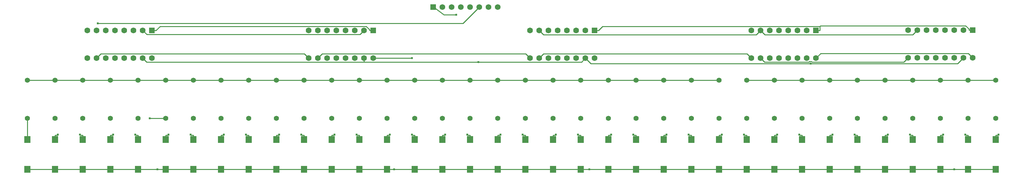
<source format=gtl>
G04 Layer: TopLayer*
G04 EasyEDA v6.5.40, 2024-07-10 23:57:15*
G04 cb6e2e9fbd21486d88ae5690d2d3dc00,10*
G04 Gerber Generator version 0.2*
G04 Scale: 100 percent, Rotated: No, Reflected: No *
G04 Dimensions in inches *
G04 leading zeros omitted , absolute positions ,3 integer and 6 decimal *
%FSLAX36Y36*%
%MOIN*%

%ADD10C,0.0100*%
%ADD11R,0.0669X0.0748*%
%ADD12C,0.0551*%
%ADD13C,0.0630*%
%ADD14R,0.0630X0.0630*%
%ADD15R,0.0620X0.0620*%
%ADD16C,0.0620*%
%ADD17C,0.0240*%
%ADD18C,0.0199*%

%LPD*%
D10*
X2100000Y1493310D02*
G01*
X1926009Y1493310D01*
X2100000Y1261419D02*
G01*
X2100000Y1309830D01*
X2100000Y1309830D02*
G01*
X2122889Y1309830D01*
X2130000Y1316939D01*
X4500000Y1261419D02*
G01*
X4500000Y1309830D01*
X4500000Y1309830D02*
G01*
X4522889Y1309830D01*
X4530000Y1316939D01*
X9300000Y1261419D02*
G01*
X9300000Y1309830D01*
X9300000Y1309830D02*
G01*
X9322889Y1309830D01*
X9330000Y1316939D01*
X4770000Y2146860D02*
G01*
X4351859Y2146860D01*
X4350000Y2145000D01*
X4574470Y938580D02*
G01*
X4500000Y938580D01*
X4800000Y938580D02*
G01*
X4574470Y938580D01*
X2008270Y938580D02*
G01*
X1800000Y938580D01*
X2100000Y938580D02*
G01*
X2008270Y938580D01*
X6691740Y938580D02*
G01*
X6600000Y938580D01*
X6900000Y938580D02*
G01*
X6691740Y938580D01*
X10650000Y938580D02*
G01*
X10500000Y938580D01*
X10800000Y938580D02*
G01*
X10650000Y938580D01*
X900000Y938580D02*
G01*
X600000Y938580D01*
X1200000Y938580D02*
G01*
X900000Y938580D01*
X1500000Y938580D02*
G01*
X1200000Y938580D01*
X1800000Y938580D02*
G01*
X1500000Y938580D01*
X2400000Y938580D02*
G01*
X2100000Y938580D01*
X2700000Y938580D02*
G01*
X2400000Y938580D01*
X3000000Y938580D02*
G01*
X2700000Y938580D01*
X3300000Y938580D02*
G01*
X3000000Y938580D01*
X3600000Y938580D02*
G01*
X3300000Y938580D01*
X3900000Y938580D02*
G01*
X3600000Y938580D01*
X4200000Y938580D02*
G01*
X3900000Y938580D01*
X4500000Y938580D02*
G01*
X4200000Y938580D01*
X5100000Y938580D02*
G01*
X4800000Y938580D01*
X5400000Y938580D02*
G01*
X5100000Y938580D01*
X5700000Y938580D02*
G01*
X5400000Y938580D01*
X6000000Y938580D02*
G01*
X5700000Y938580D01*
X6300000Y938580D02*
G01*
X6000000Y938580D01*
X6600000Y938580D02*
G01*
X6300000Y938580D01*
X7200000Y938580D02*
G01*
X6900000Y938580D01*
X7500000Y938580D02*
G01*
X7200000Y938580D01*
X7800000Y938580D02*
G01*
X7500000Y938580D01*
X8100000Y938580D02*
G01*
X7800000Y938580D01*
X8400000Y938580D02*
G01*
X8100000Y938580D01*
X8700000Y938580D02*
G01*
X8400000Y938580D01*
X9000000Y938580D02*
G01*
X8700000Y938580D01*
X9300000Y938580D02*
G01*
X9000000Y938580D01*
X9600000Y938580D02*
G01*
X9300000Y938580D01*
X9900000Y938580D02*
G01*
X9600000Y938580D01*
X10200000Y938580D02*
G01*
X9900000Y938580D01*
X10850000Y2150000D02*
G01*
X10803100Y2196880D01*
X9201880Y2196880D01*
X9150000Y2145000D01*
X10500000Y938580D02*
G01*
X10200000Y938580D01*
X11100000Y938580D02*
G01*
X10800000Y938580D01*
X1361509Y2520569D02*
G01*
X5320569Y2520569D01*
X5500000Y2700000D01*
X1950000Y2445000D02*
G01*
X1992510Y2445000D01*
X4350000Y2445000D02*
G01*
X4307500Y2445000D01*
X4307500Y2445000D02*
G01*
X4307500Y2455619D01*
X4273149Y2489969D01*
X2037479Y2489969D01*
X1992510Y2445000D01*
X9192510Y2488359D02*
G01*
X9192510Y2445000D01*
X10807500Y2450000D02*
G01*
X10807500Y2460619D01*
X10773599Y2494549D01*
X9198699Y2494549D01*
X9192510Y2488359D01*
X9192510Y2488359D02*
G01*
X6835870Y2488359D01*
X6792510Y2445000D01*
X6750000Y2445000D02*
G01*
X6792510Y2445000D01*
X9150000Y2445000D02*
G01*
X9192510Y2445000D01*
X10850000Y2450000D02*
G01*
X10807500Y2450000D01*
X1850000Y2445000D02*
G01*
X1893860Y2401140D01*
X4206139Y2401140D01*
X4250000Y2445000D01*
X8550000Y2445000D02*
G01*
X8503059Y2398060D01*
X6196940Y2398060D01*
X6150000Y2445000D01*
X8550000Y2445000D02*
G01*
X8595839Y2399160D01*
X10199160Y2399160D01*
X10250000Y2450000D01*
X9090739Y2086060D02*
G01*
X6708940Y2086060D01*
X6650000Y2145000D01*
X5490000Y2102420D02*
G01*
X6607420Y2102420D01*
X6650000Y2145000D01*
X10750000Y2150000D02*
G01*
X10686099Y2086060D01*
X9090739Y2086060D01*
X4250000Y2102420D02*
G01*
X5490000Y2102420D01*
X1850000Y2145000D02*
G01*
X1892579Y2102420D01*
X4250000Y2102420D01*
X4250000Y2145000D02*
G01*
X4250000Y2102420D01*
X9900000Y1261419D02*
G01*
X9900000Y1309830D01*
X9900000Y1309830D02*
G01*
X9922889Y1309830D01*
X9930000Y1316939D01*
X9600000Y1261419D02*
G01*
X9600000Y1309830D01*
X9600000Y1309830D02*
G01*
X9577110Y1309830D01*
X9570000Y1316939D01*
X9000000Y1261419D02*
G01*
X9000000Y1309830D01*
X9000000Y1309830D02*
G01*
X8977110Y1309830D01*
X8970000Y1316939D01*
X8700000Y1261419D02*
G01*
X8700000Y1309830D01*
X8700000Y1309830D02*
G01*
X8722889Y1309830D01*
X8730000Y1316939D01*
X8400000Y1261419D02*
G01*
X8400000Y1309830D01*
X8400000Y1309830D02*
G01*
X8377110Y1309830D01*
X8370000Y1316939D01*
X8100000Y1261419D02*
G01*
X8100000Y1309830D01*
X8100000Y1309830D02*
G01*
X8122889Y1309830D01*
X8130000Y1316939D01*
X7800000Y1261419D02*
G01*
X7800000Y1309830D01*
X7800000Y1309830D02*
G01*
X7777110Y1309830D01*
X7770000Y1316939D01*
X7500000Y1261419D02*
G01*
X7500000Y1309830D01*
X7500000Y1309830D02*
G01*
X7522889Y1309830D01*
X7530000Y1316939D01*
X7200000Y1261419D02*
G01*
X7200000Y1309830D01*
X7200000Y1309830D02*
G01*
X7177110Y1309830D01*
X7170000Y1316939D01*
X6900000Y1261419D02*
G01*
X6900000Y1309830D01*
X6900000Y1309830D02*
G01*
X6922889Y1309830D01*
X6930000Y1316939D01*
X6600000Y1261419D02*
G01*
X6600000Y1309830D01*
X6600000Y1309830D02*
G01*
X6577110Y1309830D01*
X6570000Y1316939D01*
X6300000Y1261419D02*
G01*
X6300000Y1309830D01*
X6300000Y1309830D02*
G01*
X6322889Y1309830D01*
X6330000Y1316939D01*
X6000000Y1261419D02*
G01*
X6000000Y1309830D01*
X6000000Y1309830D02*
G01*
X5977110Y1309830D01*
X5970000Y1316939D01*
X5700000Y1261419D02*
G01*
X5700000Y1309830D01*
X5700000Y1309830D02*
G01*
X5722889Y1309830D01*
X5730000Y1316939D01*
X5400000Y1261419D02*
G01*
X5400000Y1309830D01*
X5400000Y1309830D02*
G01*
X5377110Y1309830D01*
X5370000Y1316939D01*
X5100000Y1261419D02*
G01*
X5100000Y1309830D01*
X5100000Y1309830D02*
G01*
X5122889Y1309830D01*
X5130000Y1316939D01*
X4800000Y1261419D02*
G01*
X4800000Y1309830D01*
X4800000Y1309830D02*
G01*
X4777110Y1309830D01*
X4770000Y1316939D01*
X4200000Y1261419D02*
G01*
X4200000Y1309830D01*
X4200000Y1309830D02*
G01*
X4177110Y1309830D01*
X4170000Y1316939D01*
X3900000Y1261419D02*
G01*
X3900000Y1309830D01*
X3900000Y1309830D02*
G01*
X3922889Y1309830D01*
X3930000Y1316939D01*
X3600000Y1261419D02*
G01*
X3600000Y1309830D01*
X3600000Y1309830D02*
G01*
X3577110Y1309830D01*
X3570000Y1316939D01*
X3300000Y1261419D02*
G01*
X3300000Y1309830D01*
X3300000Y1309830D02*
G01*
X3322889Y1309830D01*
X3330000Y1316939D01*
X3000000Y1261419D02*
G01*
X3000000Y1309830D01*
X3000000Y1309830D02*
G01*
X2977110Y1309830D01*
X2970000Y1316939D01*
X2700000Y1261419D02*
G01*
X2700000Y1309830D01*
X2700000Y1309830D02*
G01*
X2722889Y1309830D01*
X2730000Y1316939D01*
X2400000Y1261419D02*
G01*
X2400000Y1309830D01*
X2400000Y1309830D02*
G01*
X2377110Y1309830D01*
X2370000Y1316939D01*
X1800000Y1261419D02*
G01*
X1800000Y1309830D01*
X1800000Y1309830D02*
G01*
X1777110Y1309830D01*
X1770000Y1316939D01*
X1500000Y1261419D02*
G01*
X1500000Y1309830D01*
X1500000Y1309830D02*
G01*
X1522889Y1309830D01*
X1530000Y1316939D01*
X1200000Y1261419D02*
G01*
X1200000Y1309830D01*
X1200000Y1309830D02*
G01*
X1177110Y1309830D01*
X1170000Y1316939D01*
X900000Y1261419D02*
G01*
X900000Y1309830D01*
X900000Y1309830D02*
G01*
X922889Y1309830D01*
X930000Y1316939D01*
X900000Y1906689D02*
G01*
X600000Y1906689D01*
X1200000Y1906689D02*
G01*
X900000Y1906689D01*
X1500000Y1906689D02*
G01*
X1200000Y1906689D01*
X1800000Y1906689D02*
G01*
X1500000Y1906689D01*
X2100000Y1906689D02*
G01*
X1800000Y1906689D01*
X2400000Y1906689D02*
G01*
X2100000Y1906689D01*
X2700000Y1906689D02*
G01*
X2400000Y1906689D01*
X3000000Y1906689D02*
G01*
X2700000Y1906689D01*
X3300000Y1906689D02*
G01*
X3000000Y1906689D01*
X3600000Y1906689D02*
G01*
X3300000Y1906689D01*
X3900000Y1906689D02*
G01*
X3600000Y1906689D01*
X4200000Y1906689D02*
G01*
X3900000Y1906689D01*
X4500000Y1906689D02*
G01*
X4200000Y1906689D01*
X4800000Y1906689D02*
G01*
X4500000Y1906689D01*
X5100000Y1906689D02*
G01*
X4800000Y1906689D01*
X5400000Y1906689D02*
G01*
X5100000Y1906689D01*
X5700000Y1906689D02*
G01*
X5400000Y1906689D01*
X6000000Y1906689D02*
G01*
X5700000Y1906689D01*
X6300000Y1906689D02*
G01*
X6000000Y1906689D01*
X6600000Y1906689D02*
G01*
X6300000Y1906689D01*
X6900000Y1906689D02*
G01*
X6600000Y1906689D01*
X7200000Y1906689D02*
G01*
X6900000Y1906689D01*
X7500000Y1906689D02*
G01*
X7200000Y1906689D01*
X7800000Y1906689D02*
G01*
X7500000Y1906689D01*
X8100000Y1906689D02*
G01*
X7800000Y1906689D01*
X8700000Y1906689D02*
G01*
X8400000Y1906689D01*
X9000000Y1906689D02*
G01*
X8700000Y1906689D01*
X9300000Y1906689D02*
G01*
X9000000Y1906689D01*
X9600000Y1906689D02*
G01*
X9300000Y1906689D01*
X9900000Y1906689D02*
G01*
X9600000Y1906689D01*
X10200000Y1906689D02*
G01*
X9900000Y1906689D01*
X10500000Y1906689D02*
G01*
X10200000Y1906689D01*
X10800000Y1906689D02*
G01*
X10500000Y1906689D01*
X11100000Y1906689D02*
G01*
X10800000Y1906689D01*
X600000Y1261419D02*
G01*
X600000Y1493310D01*
X10200000Y1261419D02*
G01*
X10200000Y1309830D01*
X10200000Y1309830D02*
G01*
X10177110Y1309830D01*
X10170000Y1316939D01*
X10500000Y1261419D02*
G01*
X10500000Y1309830D01*
X10500000Y1309830D02*
G01*
X10522900Y1309830D01*
X10530000Y1316939D01*
X10800000Y1261419D02*
G01*
X10800000Y1309830D01*
X10800000Y1309830D02*
G01*
X10777100Y1309830D01*
X10770000Y1316939D01*
X11100000Y1261419D02*
G01*
X11100000Y1309830D01*
X11100000Y1309830D02*
G01*
X11122900Y1309830D01*
X11130000Y1316939D01*
X8450000Y2145000D02*
G01*
X8403699Y2191300D01*
X6196300Y2191300D01*
X6150000Y2145000D01*
X6050000Y2145000D02*
G01*
X6003699Y2191300D01*
X3796300Y2191300D01*
X3750000Y2145000D01*
X3650000Y2145000D02*
G01*
X3603699Y2191300D01*
X1396300Y2191300D01*
X1350000Y2145000D01*
X10150000Y2150000D02*
G01*
X10102140Y2102139D01*
X9107290Y2102139D01*
X9099560Y2109870D01*
X9080450Y2109870D01*
X9072720Y2102139D01*
X8592860Y2102139D01*
X8550000Y2145000D01*
X5000000Y2700000D02*
G01*
X5035000Y2675000D01*
X5115400Y2616100D01*
X5248999Y2616100D01*
D11*
G01*
X600000Y938580D03*
G01*
X600000Y1261419D03*
G01*
X900000Y938580D03*
G01*
X900000Y1261419D03*
G01*
X1200000Y938580D03*
G01*
X1200000Y1261419D03*
G01*
X1500000Y938580D03*
G01*
X1500000Y1261419D03*
G01*
X1800000Y938580D03*
G01*
X1800000Y1261419D03*
G01*
X2100000Y938580D03*
G01*
X2100000Y1261419D03*
G01*
X2400000Y938580D03*
G01*
X2400000Y1261419D03*
G01*
X2700000Y938580D03*
G01*
X2700000Y1261419D03*
G01*
X3000000Y938580D03*
G01*
X3000000Y1261419D03*
G01*
X3300000Y938580D03*
G01*
X3300000Y1261419D03*
G01*
X3600000Y938580D03*
G01*
X3600000Y1261419D03*
G01*
X3900000Y938580D03*
G01*
X3900000Y1261419D03*
G01*
X4200000Y938580D03*
G01*
X4200000Y1261419D03*
G01*
X4500000Y938580D03*
G01*
X4500000Y1261419D03*
G01*
X4800000Y938580D03*
G01*
X4800000Y1261419D03*
G01*
X5100000Y938580D03*
G01*
X5100000Y1261419D03*
G01*
X5400000Y938580D03*
G01*
X5400000Y1261419D03*
G01*
X5700000Y938580D03*
G01*
X5700000Y1261419D03*
G01*
X6000000Y938580D03*
G01*
X6000000Y1261419D03*
G01*
X6300000Y938580D03*
G01*
X6300000Y1261419D03*
G01*
X6600000Y938580D03*
G01*
X6600000Y1261419D03*
G01*
X6900000Y938580D03*
G01*
X6900000Y1261419D03*
G01*
X7200000Y938580D03*
G01*
X7200000Y1261419D03*
G01*
X7500000Y938580D03*
G01*
X7500000Y1261419D03*
G01*
X7800000Y938580D03*
G01*
X7800000Y1261419D03*
G01*
X8100000Y938580D03*
G01*
X8100000Y1261419D03*
G01*
X8400000Y938580D03*
G01*
X8400000Y1261419D03*
G01*
X8700000Y938580D03*
G01*
X8700000Y1261419D03*
G01*
X9000000Y938580D03*
G01*
X9000000Y1261419D03*
G01*
X9300000Y938580D03*
G01*
X9300000Y1261419D03*
G01*
X9600000Y938580D03*
G01*
X9600000Y1261419D03*
G01*
X9900000Y938580D03*
G01*
X9900000Y1261419D03*
G01*
X10200000Y938580D03*
G01*
X10200000Y1261419D03*
G01*
X10500000Y938580D03*
G01*
X10500000Y1261419D03*
G01*
X10800000Y938580D03*
G01*
X10800000Y1261419D03*
G01*
X11100000Y938580D03*
G01*
X11100000Y1261419D03*
D12*
G01*
X600000Y1493310D03*
G01*
X600000Y1906689D03*
G01*
X900000Y1493310D03*
G01*
X900000Y1906689D03*
G01*
X1200000Y1493310D03*
G01*
X1200000Y1906689D03*
G01*
X1500000Y1493310D03*
G01*
X1500000Y1906689D03*
G01*
X1800000Y1493310D03*
G01*
X1800000Y1906689D03*
G01*
X2100000Y1493310D03*
G01*
X2100000Y1906689D03*
G01*
X2400000Y1493310D03*
G01*
X2400000Y1906689D03*
G01*
X2700000Y1493310D03*
G01*
X2700000Y1906689D03*
G01*
X3000000Y1493310D03*
G01*
X3000000Y1906689D03*
G01*
X3300000Y1493310D03*
G01*
X3300000Y1906689D03*
G01*
X3600000Y1493310D03*
G01*
X3600000Y1906689D03*
G01*
X3900000Y1493310D03*
G01*
X3900000Y1906689D03*
G01*
X4200000Y1493310D03*
G01*
X4200000Y1906689D03*
G01*
X4500000Y1493310D03*
G01*
X4500000Y1906689D03*
G01*
X4800000Y1493310D03*
G01*
X4800000Y1906689D03*
G01*
X5100000Y1493310D03*
G01*
X5100000Y1906689D03*
G01*
X5400000Y1493310D03*
G01*
X5400000Y1906689D03*
G01*
X5700000Y1493310D03*
G01*
X5700000Y1906689D03*
G01*
X6000000Y1493310D03*
G01*
X6000000Y1906689D03*
G01*
X6300000Y1493310D03*
G01*
X6300000Y1906689D03*
G01*
X6600000Y1493310D03*
G01*
X6600000Y1906689D03*
G01*
X6900000Y1493310D03*
G01*
X6900000Y1906689D03*
G01*
X7200000Y1493310D03*
G01*
X7200000Y1906689D03*
G01*
X7500000Y1493310D03*
G01*
X7500000Y1906689D03*
G01*
X7800000Y1493310D03*
G01*
X7800000Y1906689D03*
G01*
X8100000Y1493310D03*
G01*
X8100000Y1906689D03*
G01*
X8400000Y1493310D03*
G01*
X8400000Y1906689D03*
G01*
X8700000Y1493310D03*
G01*
X8700000Y1906689D03*
G01*
X9000000Y1493310D03*
G01*
X9000000Y1906689D03*
G01*
X9300000Y1493310D03*
G01*
X9300000Y1906689D03*
G01*
X9600000Y1493310D03*
G01*
X9600000Y1906689D03*
G01*
X9900000Y1493310D03*
G01*
X9900000Y1906689D03*
D13*
G01*
X1950000Y2145000D03*
G01*
X1850000Y2145000D03*
G01*
X1750000Y2145000D03*
G01*
X1650000Y2145000D03*
G01*
X1550000Y2145000D03*
G01*
X1450000Y2145000D03*
G01*
X1350000Y2145000D03*
G01*
X1250000Y2145000D03*
G01*
X1250000Y2445000D03*
G01*
X1350000Y2445000D03*
G01*
X1450000Y2445000D03*
G01*
X1550000Y2445000D03*
G01*
X1650000Y2445000D03*
G01*
X1750000Y2445000D03*
G01*
X1850000Y2445000D03*
D14*
G01*
X1950000Y2445000D03*
D13*
G01*
X4350000Y2145000D03*
G01*
X4250000Y2145000D03*
G01*
X4150000Y2145000D03*
G01*
X4050000Y2145000D03*
G01*
X3950000Y2145000D03*
G01*
X3850000Y2145000D03*
G01*
X3750000Y2145000D03*
G01*
X3650000Y2145000D03*
G01*
X3650000Y2445000D03*
G01*
X3750000Y2445000D03*
G01*
X3850000Y2445000D03*
G01*
X3950000Y2445000D03*
G01*
X4050000Y2445000D03*
G01*
X4150000Y2445000D03*
G01*
X4250000Y2445000D03*
D14*
G01*
X4350000Y2445000D03*
D13*
G01*
X6750000Y2145000D03*
G01*
X6650000Y2145000D03*
G01*
X6550000Y2145000D03*
G01*
X6450000Y2145000D03*
G01*
X6350000Y2145000D03*
G01*
X6250000Y2145000D03*
G01*
X6150000Y2145000D03*
G01*
X6050000Y2145000D03*
G01*
X6050000Y2445000D03*
G01*
X6150000Y2445000D03*
G01*
X6250000Y2445000D03*
G01*
X6350000Y2445000D03*
G01*
X6450000Y2445000D03*
G01*
X6550000Y2445000D03*
G01*
X6650000Y2445000D03*
D14*
G01*
X6750000Y2445000D03*
D13*
G01*
X9150000Y2145000D03*
G01*
X9050000Y2145000D03*
G01*
X8950000Y2145000D03*
G01*
X8850000Y2145000D03*
G01*
X8750000Y2145000D03*
G01*
X8650000Y2145000D03*
G01*
X8550000Y2145000D03*
G01*
X8450000Y2145000D03*
G01*
X8450000Y2445000D03*
G01*
X8550000Y2445000D03*
G01*
X8650000Y2445000D03*
G01*
X8750000Y2445000D03*
G01*
X8850000Y2445000D03*
G01*
X8950000Y2445000D03*
G01*
X9050000Y2445000D03*
D14*
G01*
X9150000Y2445000D03*
D12*
G01*
X10200000Y1493310D03*
G01*
X10200000Y1906689D03*
G01*
X10500000Y1493310D03*
G01*
X10500000Y1906689D03*
G01*
X10800000Y1493310D03*
G01*
X10800000Y1906689D03*
G01*
X11100000Y1493310D03*
G01*
X11100000Y1906689D03*
D13*
G01*
X10850000Y2150000D03*
G01*
X10750000Y2150000D03*
G01*
X10650000Y2150000D03*
G01*
X10550000Y2150000D03*
G01*
X10450000Y2150000D03*
G01*
X10350000Y2150000D03*
G01*
X10250000Y2150000D03*
G01*
X10150000Y2150000D03*
G01*
X10150000Y2450000D03*
G01*
X10250000Y2450000D03*
G01*
X10350000Y2450000D03*
G01*
X10450000Y2450000D03*
G01*
X10550000Y2450000D03*
G01*
X10650000Y2450000D03*
G01*
X10750000Y2450000D03*
D14*
G01*
X10850000Y2450000D03*
D15*
G01*
X5000000Y2700000D03*
D16*
G01*
X5100000Y2700000D03*
G01*
X5200000Y2700000D03*
G01*
X5300000Y2700000D03*
G01*
X5400000Y2700000D03*
G01*
X5500000Y2700000D03*
G01*
X5600000Y2700000D03*
G01*
X5700000Y2700000D03*
D17*
G01*
X1926009Y1493310D03*
G01*
X2130000Y1316939D03*
G01*
X4530000Y1316939D03*
G01*
X9330000Y1316939D03*
G01*
X4770000Y2146860D03*
G01*
X5249009Y2616060D03*
G01*
X4574470Y938580D03*
G01*
X2008270Y938580D03*
G01*
X6691740Y938580D03*
G01*
X10650000Y938580D03*
G01*
X1361509Y2520569D03*
G01*
X9090739Y2086060D03*
G01*
X5490000Y2102420D03*
G01*
X9930000Y1316939D03*
G01*
X9570000Y1316939D03*
G01*
X8970000Y1316939D03*
G01*
X8730000Y1316939D03*
G01*
X8370000Y1316939D03*
G01*
X8130000Y1316939D03*
G01*
X7770000Y1316939D03*
G01*
X7530000Y1316939D03*
G01*
X7170000Y1316939D03*
G01*
X6930000Y1316939D03*
G01*
X6570000Y1316939D03*
G01*
X6330000Y1316939D03*
G01*
X5970000Y1316939D03*
G01*
X5730000Y1316939D03*
G01*
X5370000Y1316939D03*
G01*
X5130000Y1316939D03*
G01*
X4770000Y1316939D03*
G01*
X4170000Y1316939D03*
G01*
X3930000Y1316939D03*
G01*
X3570000Y1316939D03*
G01*
X3330000Y1316939D03*
G01*
X2970000Y1316939D03*
G01*
X2730000Y1316939D03*
G01*
X2370000Y1316939D03*
G01*
X1770000Y1316939D03*
G01*
X1530000Y1316939D03*
G01*
X1170000Y1316939D03*
G01*
X930000Y1316939D03*
G01*
X10170000Y1316939D03*
G01*
X10530000Y1316939D03*
G01*
X10770000Y1316939D03*
G01*
X11130000Y1316939D03*
M02*

</source>
